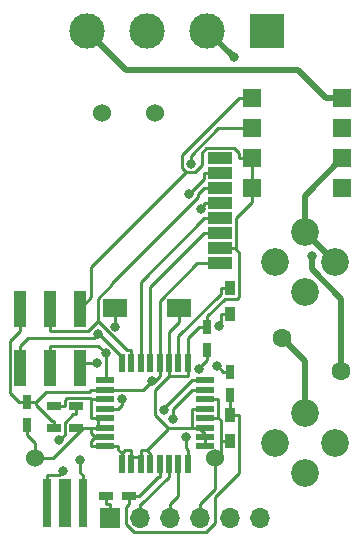
<source format=gbr>
G04 #@! TF.GenerationSoftware,KiCad,Pcbnew,(5.0.1)-4*
G04 #@! TF.CreationDate,2019-02-11T11:38:27+01:00*
G04 #@! TF.ProjectId,MyWallSwitch,4D7957616C6C5377697463682E6B6963,1*
G04 #@! TF.SameCoordinates,Original*
G04 #@! TF.FileFunction,Copper,L1,Top,Signal*
G04 #@! TF.FilePolarity,Positive*
%FSLAX46Y46*%
G04 Gerber Fmt 4.6, Leading zero omitted, Abs format (unit mm)*
G04 Created by KiCad (PCBNEW (5.0.1)-4) date 11.02.2019 11:38:27*
%MOMM*%
%LPD*%
G01*
G04 APERTURE LIST*
G04 #@! TA.AperFunction,SMDPad,CuDef*
%ADD10R,1.600000X1.600000*%
G04 #@! TD*
G04 #@! TA.AperFunction,ComponentPad*
%ADD11C,3.000000*%
G04 #@! TD*
G04 #@! TA.AperFunction,ComponentPad*
%ADD12R,3.000000X3.000000*%
G04 #@! TD*
G04 #@! TA.AperFunction,ComponentPad*
%ADD13C,2.350000*%
G04 #@! TD*
G04 #@! TA.AperFunction,SMDPad,CuDef*
%ADD14R,2.000000X1.000000*%
G04 #@! TD*
G04 #@! TA.AperFunction,SMDPad,CuDef*
%ADD15R,0.550000X1.600000*%
G04 #@! TD*
G04 #@! TA.AperFunction,SMDPad,CuDef*
%ADD16R,1.600000X0.550000*%
G04 #@! TD*
G04 #@! TA.AperFunction,SMDPad,CuDef*
%ADD17R,0.700000X4.100000*%
G04 #@! TD*
G04 #@! TA.AperFunction,SMDPad,CuDef*
%ADD18R,1.000000X4.100000*%
G04 #@! TD*
G04 #@! TA.AperFunction,ComponentPad*
%ADD19O,1.700000X1.700000*%
G04 #@! TD*
G04 #@! TA.AperFunction,ComponentPad*
%ADD20R,1.700000X1.700000*%
G04 #@! TD*
G04 #@! TA.AperFunction,SMDPad,CuDef*
%ADD21R,0.900000X1.200000*%
G04 #@! TD*
G04 #@! TA.AperFunction,ComponentPad*
%ADD22C,1.524000*%
G04 #@! TD*
G04 #@! TA.AperFunction,ComponentPad*
%ADD23C,1.600000*%
G04 #@! TD*
G04 #@! TA.AperFunction,SMDPad,CuDef*
%ADD24R,1.000000X3.150000*%
G04 #@! TD*
G04 #@! TA.AperFunction,SMDPad,CuDef*
%ADD25R,0.750000X1.200000*%
G04 #@! TD*
G04 #@! TA.AperFunction,SMDPad,CuDef*
%ADD26R,1.200000X0.750000*%
G04 #@! TD*
G04 #@! TA.AperFunction,SMDPad,CuDef*
%ADD27R,2.000000X1.600000*%
G04 #@! TD*
G04 #@! TA.AperFunction,ViaPad*
%ADD28C,0.800000*%
G04 #@! TD*
G04 #@! TA.AperFunction,Conductor*
%ADD29C,0.250000*%
G04 #@! TD*
G04 #@! TA.AperFunction,Conductor*
%ADD30C,0.500000*%
G04 #@! TD*
G04 APERTURE END LIST*
D10*
G04 #@! TO.P,U3,8*
G04 #@! TO.N,L_OUT*
X153035000Y-82550000D03*
G04 #@! TO.P,U3,4*
G04 #@! TO.N,GND*
X145415000Y-90170000D03*
G04 #@! TO.P,U3,7*
G04 #@! TO.N,N/C*
X153035000Y-85090000D03*
G04 #@! TO.P,U3,3*
G04 #@! TO.N,GND*
X145415000Y-87630000D03*
G04 #@! TO.P,U3,6*
G04 #@! TO.N,L_IN*
X153035000Y-87630000D03*
G04 #@! TO.P,U3,2*
G04 #@! TO.N,Net-(R1-Pad2)*
X145415000Y-85090000D03*
G04 #@! TO.P,U3,5*
G04 #@! TO.N,N/C*
X153035000Y-90170000D03*
G04 #@! TO.P,U3,1*
G04 #@! TO.N,GND*
X145415000Y-82550000D03*
G04 #@! TD*
D11*
G04 #@! TO.P,J1,4*
G04 #@! TO.N,L_OUT*
X131445000Y-76835000D03*
D12*
G04 #@! TO.P,J1,1*
G04 #@! TO.N,Net-(F1-Pad1)*
X146685000Y-76835000D03*
D11*
G04 #@! TO.P,J1,3*
G04 #@! TO.N,Net-(J1-Pad2)*
X136525000Y-76835000D03*
G04 #@! TO.P,J1,2*
X141605000Y-76835000D03*
G04 #@! TD*
D13*
G04 #@! TO.P,F1,2*
G04 #@! TO.N,L_IN*
X149860000Y-98980000D03*
X149860000Y-93900000D03*
G04 #@! TO.P,F1,1*
G04 #@! TO.N,Net-(F1-Pad1)*
X149860000Y-109220000D03*
X149860000Y-114300000D03*
G04 #@! TO.P,F1,2*
G04 #@! TO.N,L_IN*
X152400000Y-96440000D03*
X147320000Y-96440000D03*
G04 #@! TO.P,F1,1*
G04 #@! TO.N,Net-(F1-Pad1)*
X152400000Y-111760000D03*
X147320000Y-111760000D03*
G04 #@! TD*
D14*
G04 #@! TO.P,U4,2*
G04 #@! TO.N,VCC*
X142685000Y-96475000D03*
G04 #@! TO.P,U4,1*
G04 #@! TO.N,GND*
X142685000Y-95205000D03*
G04 #@! TO.P,U4,3*
G04 #@! TO.N,Net-(U2-Pad13)*
X142685000Y-93935000D03*
G04 #@! TO.P,U4,4*
G04 #@! TO.N,Net-(U2-Pad14)*
X142685000Y-92665000D03*
G04 #@! TO.P,U4,5*
G04 #@! TO.N,Net-(J3-Pad3)*
X142685000Y-91395000D03*
G04 #@! TO.P,U4,6*
G04 #@! TO.N,Net-(J3-Pad4)*
X142685000Y-90125000D03*
G04 #@! TO.P,U4,7*
G04 #@! TO.N,Net-(J3-Pad1)*
X142685000Y-88855000D03*
G04 #@! TO.P,U4,8*
G04 #@! TO.N,N/C*
X142685000Y-87585000D03*
G04 #@! TD*
D15*
G04 #@! TO.P,U2,32*
G04 #@! TO.N,Net-(C3-Pad2)*
X139960000Y-113470000D03*
G04 #@! TO.P,U2,31*
G04 #@! TO.N,Net-(J2-Pad3)*
X139160000Y-113470000D03*
G04 #@! TO.P,U2,30*
G04 #@! TO.N,Net-(J2-Pad2)*
X138360000Y-113470000D03*
G04 #@! TO.P,U2,29*
G04 #@! TO.N,Net-(C4-Pad2)*
X137560000Y-113470000D03*
G04 #@! TO.P,U2,28*
G04 #@! TO.N,GND*
X136760000Y-113470000D03*
G04 #@! TO.P,U2,27*
X135960000Y-113470000D03*
G04 #@! TO.P,U2,26*
X135160000Y-113470000D03*
G04 #@! TO.P,U2,25*
X134360000Y-113470000D03*
D16*
G04 #@! TO.P,U2,24*
X132910000Y-112020000D03*
G04 #@! TO.P,U2,23*
X132910000Y-111220000D03*
G04 #@! TO.P,U2,22*
X132910000Y-110420000D03*
G04 #@! TO.P,U2,21*
X132910000Y-109620000D03*
G04 #@! TO.P,U2,20*
G04 #@! TO.N,Net-(C1-Pad1)*
X132910000Y-108820000D03*
G04 #@! TO.P,U2,19*
G04 #@! TO.N,GND*
X132910000Y-108020000D03*
G04 #@! TO.P,U2,18*
G04 #@! TO.N,VCC*
X132910000Y-107220000D03*
G04 #@! TO.P,U2,17*
G04 #@! TO.N,Net-(J3-Pad3)*
X132910000Y-106420000D03*
D15*
G04 #@! TO.P,U2,16*
G04 #@! TO.N,Net-(J3-Pad1)*
X134360000Y-104970000D03*
G04 #@! TO.P,U2,15*
G04 #@! TO.N,Net-(J3-Pad4)*
X135160000Y-104970000D03*
G04 #@! TO.P,U2,14*
G04 #@! TO.N,Net-(U2-Pad14)*
X135960000Y-104970000D03*
G04 #@! TO.P,U2,13*
G04 #@! TO.N,Net-(U2-Pad13)*
X136760000Y-104970000D03*
G04 #@! TO.P,U2,12*
G04 #@! TO.N,VCC*
X137560000Y-104970000D03*
G04 #@! TO.P,U2,11*
G04 #@! TO.N,GND*
X138360000Y-104970000D03*
G04 #@! TO.P,U2,10*
G04 #@! TO.N,Net-(R1-Pad1)*
X139160000Y-104970000D03*
G04 #@! TO.P,U2,9*
G04 #@! TO.N,GND*
X139960000Y-104970000D03*
D16*
G04 #@! TO.P,U2,8*
G04 #@! TO.N,Net-(U2-Pad8)*
X141410000Y-106420000D03*
G04 #@! TO.P,U2,7*
G04 #@! TO.N,Net-(U2-Pad7)*
X141410000Y-107220000D03*
G04 #@! TO.P,U2,6*
G04 #@! TO.N,VCC*
X141410000Y-108020000D03*
G04 #@! TO.P,U2,5*
G04 #@! TO.N,GND*
X141410000Y-108820000D03*
G04 #@! TO.P,U2,4*
G04 #@! TO.N,VCC*
X141410000Y-109620000D03*
G04 #@! TO.P,U2,3*
G04 #@! TO.N,GND*
X141410000Y-110420000D03*
G04 #@! TO.P,U2,2*
X141410000Y-111220000D03*
G04 #@! TO.P,U2,1*
X141410000Y-112020000D03*
G04 #@! TD*
D17*
G04 #@! TO.P,Y1,1*
G04 #@! TO.N,Net-(U2-Pad8)*
X131040000Y-116840000D03*
D18*
G04 #@! TO.P,Y1,2*
G04 #@! TO.N,N/C*
X129540000Y-116840000D03*
D17*
G04 #@! TO.P,Y1,3*
G04 #@! TO.N,Net-(U2-Pad7)*
X128040000Y-116840000D03*
G04 #@! TD*
D19*
G04 #@! TO.P,J2,6*
G04 #@! TO.N,GND*
X146050000Y-118110000D03*
G04 #@! TO.P,J2,5*
X143510000Y-118110000D03*
G04 #@! TO.P,J2,4*
G04 #@! TO.N,VCC*
X140970000Y-118110000D03*
G04 #@! TO.P,J2,3*
G04 #@! TO.N,Net-(J2-Pad3)*
X138430000Y-118110000D03*
G04 #@! TO.P,J2,2*
G04 #@! TO.N,Net-(J2-Pad2)*
X135890000Y-118110000D03*
D20*
G04 #@! TO.P,J2,1*
G04 #@! TO.N,Net-(C4-Pad1)*
X133350000Y-118110000D03*
G04 #@! TD*
D21*
G04 #@! TO.P,R1,1*
G04 #@! TO.N,Net-(R1-Pad1)*
X143510000Y-98595000D03*
G04 #@! TO.P,R1,2*
G04 #@! TO.N,Net-(R1-Pad2)*
X143510000Y-100795000D03*
G04 #@! TD*
G04 #@! TO.P,R2,2*
G04 #@! TO.N,Net-(C4-Pad2)*
X143510000Y-109390000D03*
G04 #@! TO.P,R2,1*
G04 #@! TO.N,VCC*
X143510000Y-111590000D03*
G04 #@! TD*
D22*
G04 #@! TO.P,U1,1*
G04 #@! TO.N,Net-(F1-Pad1)*
X132715000Y-83820000D03*
G04 #@! TO.P,U1,2*
G04 #@! TO.N,Net-(J1-Pad2)*
X137160000Y-83820000D03*
G04 #@! TO.P,U1,3*
G04 #@! TO.N,GND*
X127000000Y-113030000D03*
G04 #@! TO.P,U1,4*
G04 #@! TO.N,VCC*
X142240000Y-113030000D03*
G04 #@! TD*
D23*
G04 #@! TO.P,RV1,2*
G04 #@! TO.N,Net-(J1-Pad2)*
X152955000Y-105670000D03*
G04 #@! TO.P,RV1,1*
G04 #@! TO.N,Net-(F1-Pad1)*
X147955000Y-102870000D03*
G04 #@! TD*
D24*
G04 #@! TO.P,J3,1*
G04 #@! TO.N,Net-(J3-Pad1)*
X125730000Y-105395000D03*
G04 #@! TO.P,J3,2*
G04 #@! TO.N,VCC*
X125730000Y-100345000D03*
G04 #@! TO.P,J3,3*
G04 #@! TO.N,Net-(J3-Pad3)*
X128270000Y-105395000D03*
G04 #@! TO.P,J3,4*
G04 #@! TO.N,Net-(J3-Pad4)*
X128270000Y-100345000D03*
G04 #@! TO.P,J3,5*
G04 #@! TO.N,Net-(C5-Pad1)*
X130810000Y-105395000D03*
G04 #@! TO.P,J3,6*
G04 #@! TO.N,GND*
X130810000Y-100345000D03*
G04 #@! TD*
D25*
G04 #@! TO.P,C1,1*
G04 #@! TO.N,Net-(C1-Pad1)*
X141605000Y-103820000D03*
G04 #@! TO.P,C1,2*
G04 #@! TO.N,GND*
X141605000Y-101920000D03*
G04 #@! TD*
D26*
G04 #@! TO.P,C3,2*
G04 #@! TO.N,Net-(C3-Pad2)*
X130490000Y-108585000D03*
G04 #@! TO.P,C3,1*
G04 #@! TO.N,GND*
X128590000Y-108585000D03*
G04 #@! TD*
D25*
G04 #@! TO.P,C6,2*
G04 #@! TO.N,GND*
X126365000Y-110170000D03*
G04 #@! TO.P,C6,1*
G04 #@! TO.N,VCC*
X126365000Y-108270000D03*
G04 #@! TD*
D26*
G04 #@! TO.P,C4,1*
G04 #@! TO.N,Net-(C4-Pad1)*
X133035000Y-116205000D03*
G04 #@! TO.P,C4,2*
G04 #@! TO.N,Net-(C4-Pad2)*
X134935000Y-116205000D03*
G04 #@! TD*
G04 #@! TO.P,C2,2*
G04 #@! TO.N,GND*
X130490000Y-110490000D03*
G04 #@! TO.P,C2,1*
G04 #@! TO.N,VCC*
X128590000Y-110490000D03*
G04 #@! TD*
D25*
G04 #@! TO.P,C5,1*
G04 #@! TO.N,Net-(C5-Pad1)*
X143510000Y-105730000D03*
G04 #@! TO.P,C5,2*
G04 #@! TO.N,Net-(C4-Pad2)*
X143510000Y-107630000D03*
G04 #@! TD*
D27*
G04 #@! TO.P,SW1,2*
G04 #@! TO.N,GND*
X139225000Y-100330000D03*
G04 #@! TO.P,SW1,1*
G04 #@! TO.N,Net-(C3-Pad2)*
X133825000Y-100330000D03*
G04 #@! TD*
D28*
G04 #@! TO.N,Net-(C1-Pad1)*
X134346800Y-108045300D03*
X140935800Y-105490500D03*
G04 #@! TO.N,VCC*
X136920100Y-106497700D03*
G04 #@! TO.N,Net-(C3-Pad2)*
X129060500Y-111475300D03*
X139780600Y-111181700D03*
X133823400Y-101870400D03*
G04 #@! TO.N,Net-(C5-Pad1)*
X132272300Y-104945300D03*
X142413100Y-105189100D03*
G04 #@! TO.N,Net-(J1-Pad2)*
X143822500Y-79052500D03*
X150427700Y-95872200D03*
G04 #@! TO.N,Net-(J3-Pad3)*
X141059800Y-91936300D03*
X133001800Y-104114100D03*
G04 #@! TO.N,Net-(J3-Pad1)*
X140090800Y-90657800D03*
X132345600Y-102504400D03*
G04 #@! TO.N,Net-(R1-Pad2)*
X140229800Y-88074700D03*
X142583400Y-101802800D03*
G04 #@! TO.N,Net-(U2-Pad8)*
X137934100Y-108958700D03*
X130856400Y-113153700D03*
G04 #@! TO.N,Net-(U2-Pad7)*
X138674600Y-109702600D03*
X129407700Y-114096400D03*
G04 #@! TD*
D29*
G04 #@! TO.N,Net-(C1-Pad1)*
X134035300Y-108820000D02*
X134346800Y-108508500D01*
X134346800Y-108508500D02*
X134346800Y-108045300D01*
X141605000Y-103820000D02*
X141605000Y-104745300D01*
X132910000Y-108820000D02*
X134035300Y-108820000D01*
X141605000Y-104745300D02*
X140935800Y-105414500D01*
X140935800Y-105414500D02*
X140935800Y-105490500D01*
G04 #@! TO.N,GND*
X139225000Y-100330000D02*
X139225000Y-101455300D01*
X139225000Y-101455300D02*
X138360000Y-102320300D01*
X138360000Y-102320300D02*
X138360000Y-104970000D01*
X131084200Y-110490000D02*
X128544200Y-113030000D01*
X128544200Y-113030000D02*
X127000000Y-113030000D01*
X131084200Y-110490000D02*
X131415300Y-110490000D01*
X130490000Y-110490000D02*
X131084200Y-110490000D01*
X131784700Y-110490000D02*
X131784700Y-110901500D01*
X131784700Y-110901500D02*
X132103200Y-111220000D01*
X131784700Y-110420000D02*
X131784700Y-110490000D01*
X131784700Y-110490000D02*
X131415300Y-110490000D01*
X138304600Y-110428000D02*
X140276700Y-110428000D01*
X140276700Y-110428000D02*
X140284700Y-110420000D01*
X138360000Y-106095300D02*
X137208700Y-107246600D01*
X137208700Y-107246600D02*
X137208700Y-109332100D01*
X137208700Y-109332100D02*
X138304600Y-110428000D01*
X138304600Y-110428000D02*
X138304600Y-110518900D01*
X138304600Y-110518900D02*
X136478800Y-112344700D01*
X141410000Y-112020000D02*
X141410000Y-111220000D01*
X140872600Y-110420000D02*
X141410000Y-110957400D01*
X141410000Y-110957400D02*
X141410000Y-111220000D01*
X140872600Y-110420000D02*
X140284700Y-110420000D01*
X141410000Y-110420000D02*
X140872600Y-110420000D01*
X140284700Y-110420000D02*
X140284700Y-108820000D01*
X141410000Y-108820000D02*
X140284700Y-108820000D01*
X145415000Y-82550000D02*
X144289700Y-82550000D01*
X139835600Y-88800000D02*
X140530300Y-88800000D01*
X140530300Y-88800000D02*
X141143900Y-88186400D01*
X141143900Y-88186400D02*
X141143900Y-87144200D01*
X141143900Y-87144200D02*
X141528500Y-86759600D01*
X141528500Y-86759600D02*
X143854600Y-86759600D01*
X143854600Y-86759600D02*
X144289700Y-87194700D01*
X144289700Y-87194700D02*
X144289700Y-87630000D01*
X144289700Y-82550000D02*
X139494000Y-87345700D01*
X139494000Y-87345700D02*
X139494000Y-88458400D01*
X139494000Y-88458400D02*
X139835600Y-88800000D01*
X130810000Y-100345000D02*
X131770400Y-99384600D01*
X131770400Y-99384600D02*
X131770400Y-96865200D01*
X131770400Y-96865200D02*
X139835600Y-88800000D01*
X145415000Y-87630000D02*
X144289700Y-87630000D01*
X145415000Y-90170000D02*
X145415000Y-87630000D01*
X132103200Y-111220000D02*
X131784700Y-111538500D01*
X131784700Y-111538500D02*
X131784700Y-112020000D01*
X132761500Y-111220000D02*
X132103200Y-111220000D01*
X132910000Y-112020000D02*
X131784700Y-112020000D01*
X132910000Y-111220000D02*
X132761500Y-111220000D01*
X132910000Y-112020000D02*
X134035300Y-112020000D01*
X134360000Y-112617500D02*
X134035300Y-112292800D01*
X134035300Y-112292800D02*
X134035300Y-112020000D01*
X134360000Y-112617500D02*
X134632800Y-112344700D01*
X134632800Y-112344700D02*
X135160000Y-112344700D01*
X134360000Y-113470000D02*
X134360000Y-112617500D01*
X139960000Y-106095300D02*
X138360000Y-106095300D01*
X136478800Y-112344700D02*
X135960000Y-112344700D01*
X136760000Y-112907300D02*
X136760000Y-112625900D01*
X136760000Y-112625900D02*
X136478800Y-112344700D01*
X138360000Y-104970000D02*
X138360000Y-106095300D01*
X139960000Y-104970000D02*
X139960000Y-106095300D01*
X140904700Y-101920000D02*
X139960000Y-102864700D01*
X139960000Y-102864700D02*
X139960000Y-104970000D01*
X135160000Y-112907300D02*
X135160000Y-112344700D01*
X135160000Y-113470000D02*
X135160000Y-112907300D01*
X135960000Y-112907300D02*
X135960000Y-112344700D01*
X135960000Y-113470000D02*
X135960000Y-112907300D01*
X135160000Y-112907300D02*
X135960000Y-112907300D01*
X136760000Y-113470000D02*
X136760000Y-112907300D01*
X132347400Y-110420000D02*
X131784700Y-110420000D01*
X132910000Y-110420000D02*
X132347400Y-110420000D01*
X132347400Y-109620000D02*
X132347400Y-110420000D01*
X132347400Y-109620000D02*
X131784700Y-109620000D01*
X132910000Y-109620000D02*
X132347400Y-109620000D01*
X126365000Y-110170000D02*
X126365000Y-111095300D01*
X127000000Y-113030000D02*
X127000000Y-111730300D01*
X127000000Y-111730300D02*
X126365000Y-111095300D01*
X128590000Y-108585000D02*
X129515300Y-108585000D01*
X131784700Y-108020000D02*
X131649400Y-107884700D01*
X131649400Y-107884700D02*
X129755200Y-107884700D01*
X129755200Y-107884700D02*
X129515300Y-108124600D01*
X129515300Y-108124600D02*
X129515300Y-108585000D01*
X131784700Y-109620000D02*
X131784700Y-108020000D01*
X141605000Y-101920000D02*
X141605000Y-100994700D01*
X143897700Y-95205000D02*
X144285400Y-95592700D01*
X144285400Y-95592700D02*
X144285400Y-99354700D01*
X144285400Y-99354700D02*
X144119700Y-99520400D01*
X144119700Y-99520400D02*
X143079300Y-99520400D01*
X143079300Y-99520400D02*
X141605000Y-100994700D01*
X143897700Y-95205000D02*
X144010300Y-95205000D01*
X142685000Y-95205000D02*
X143897700Y-95205000D01*
X145415000Y-90170000D02*
X145415000Y-91295300D01*
X145415000Y-91295300D02*
X144010300Y-92700000D01*
X144010300Y-92700000D02*
X144010300Y-95205000D01*
X132910000Y-108020000D02*
X131784700Y-108020000D01*
X141605000Y-101920000D02*
X140904700Y-101920000D01*
G04 #@! TO.N,VCC*
X142240000Y-113030000D02*
X142240000Y-115664700D01*
X142240000Y-115664700D02*
X140970000Y-116934700D01*
X132910000Y-107220000D02*
X136197800Y-107220000D01*
X136197800Y-107220000D02*
X136920100Y-106497700D01*
X136920100Y-106497700D02*
X137157600Y-106497700D01*
X137157600Y-106497700D02*
X137560000Y-106095300D01*
X137560000Y-104970000D02*
X137560000Y-106095300D01*
X132347400Y-107220000D02*
X132910000Y-107220000D01*
X132347400Y-107220000D02*
X131784700Y-107220000D01*
X141410000Y-108020000D02*
X142535300Y-108020000D01*
X142535200Y-109620000D02*
X142535300Y-109619900D01*
X142535300Y-109619900D02*
X142535300Y-108020000D01*
X142535200Y-109620000D02*
X142734700Y-109819500D01*
X142734700Y-109819500D02*
X142734700Y-111590000D01*
X142422700Y-109620000D02*
X142535200Y-109620000D01*
X137560000Y-104970000D02*
X137560000Y-103844700D01*
X137560000Y-103844700D02*
X137560000Y-99667500D01*
X137560000Y-99667500D02*
X140752500Y-96475000D01*
X140752500Y-96475000D02*
X142685000Y-96475000D01*
X127065300Y-108270000D02*
X127915700Y-107419600D01*
X127915700Y-107419600D02*
X131585100Y-107419600D01*
X131585100Y-107419600D02*
X131784700Y-107220000D01*
X128590000Y-109852200D02*
X128419800Y-109852200D01*
X128419800Y-109852200D02*
X127065300Y-108497700D01*
X127065300Y-108497700D02*
X127065300Y-108270000D01*
X126365000Y-108270000D02*
X127065300Y-108270000D01*
X125730000Y-100345000D02*
X125730000Y-102245300D01*
X126365000Y-108270000D02*
X125664700Y-108270000D01*
X125664700Y-108270000D02*
X124904700Y-107510000D01*
X124904700Y-107510000D02*
X124904700Y-103070600D01*
X124904700Y-103070600D02*
X125730000Y-102245300D01*
X141410000Y-109620000D02*
X142422700Y-109620000D01*
X140970000Y-118110000D02*
X140970000Y-116934700D01*
X142847300Y-111590000D02*
X142734700Y-111590000D01*
X143510000Y-111590000D02*
X142847300Y-111590000D01*
X142734700Y-111590000D02*
X142734700Y-112535300D01*
X142734700Y-112535300D02*
X142240000Y-113030000D01*
X128590000Y-110490000D02*
X128590000Y-109852200D01*
G04 #@! TO.N,Net-(C3-Pad2)*
X130490000Y-109285300D02*
X130227400Y-109285300D01*
X130227400Y-109285300D02*
X129515400Y-109997300D01*
X129515400Y-109997300D02*
X129515400Y-111020400D01*
X129515400Y-111020400D02*
X129060500Y-111475300D01*
X130490000Y-108585000D02*
X130490000Y-109285300D01*
X139960000Y-112344700D02*
X139780600Y-112165300D01*
X139780600Y-112165300D02*
X139780600Y-111181700D01*
X133825000Y-101455300D02*
X133823400Y-101456900D01*
X133823400Y-101456900D02*
X133823400Y-101870400D01*
X139960000Y-113470000D02*
X139960000Y-112344700D01*
X133825000Y-100330000D02*
X133825000Y-101455300D01*
G04 #@! TO.N,Net-(C4-Pad1)*
X133035000Y-116205000D02*
X133035000Y-116905300D01*
X133350000Y-118110000D02*
X133350000Y-116934700D01*
X133035000Y-116905300D02*
X133320600Y-116905300D01*
X133320600Y-116905300D02*
X133350000Y-116934700D01*
G04 #@! TO.N,Net-(C4-Pad2)*
X143510000Y-109390000D02*
X144285300Y-109390000D01*
X144285300Y-109390000D02*
X144285300Y-114256300D01*
X144285300Y-114256300D02*
X142240000Y-116301600D01*
X142240000Y-116301600D02*
X142240000Y-118541200D01*
X142240000Y-118541200D02*
X141472100Y-119309100D01*
X141472100Y-119309100D02*
X135416600Y-119309100D01*
X135416600Y-119309100D02*
X134713000Y-118605500D01*
X134713000Y-118605500D02*
X134713000Y-117127300D01*
X134713000Y-117127300D02*
X134935000Y-116905300D01*
X143510000Y-107630000D02*
X143510000Y-109390000D01*
X134935000Y-116205000D02*
X134935000Y-116905300D01*
X135860300Y-116205000D02*
X137470000Y-114595300D01*
X137470000Y-114595300D02*
X137560000Y-114595300D01*
X134935000Y-116205000D02*
X135860300Y-116205000D01*
X137560000Y-113470000D02*
X137560000Y-114595300D01*
G04 #@! TO.N,Net-(C5-Pad1)*
X143510000Y-105730000D02*
X142809700Y-105730000D01*
X132272300Y-104945300D02*
X131259700Y-104945300D01*
X131259700Y-104945300D02*
X130810000Y-105395000D01*
X142809700Y-105730000D02*
X142809700Y-105585700D01*
X142809700Y-105585700D02*
X142413100Y-105189100D01*
D30*
G04 #@! TO.N,Net-(F1-Pad1)*
X147955000Y-102870000D02*
X149860000Y-104775000D01*
X149860000Y-104775000D02*
X149860000Y-109220000D01*
G04 #@! TO.N,L_IN*
X149860000Y-93900000D02*
X152400000Y-96440000D01*
X153035000Y-87630000D02*
X149860000Y-90805000D01*
X149860000Y-90805000D02*
X149860000Y-93900000D01*
G04 #@! TO.N,L_OUT*
X131445000Y-76835000D02*
X134749600Y-80139600D01*
X134749600Y-80139600D02*
X149274300Y-80139600D01*
X149274300Y-80139600D02*
X151684700Y-82550000D01*
X153035000Y-82550000D02*
X151684700Y-82550000D01*
G04 #@! TO.N,Net-(J1-Pad2)*
X143822500Y-79052500D02*
X141605000Y-76835000D01*
X152955000Y-105670000D02*
X152955000Y-99566900D01*
X152955000Y-99566900D02*
X150427700Y-97039600D01*
X150427700Y-97039600D02*
X150427700Y-95872200D01*
D29*
G04 #@! TO.N,Net-(J2-Pad3)*
X138430000Y-118110000D02*
X138430000Y-116934700D01*
X138430000Y-116934700D02*
X139160000Y-116204700D01*
X139160000Y-116204700D02*
X139160000Y-113470000D01*
G04 #@! TO.N,Net-(J2-Pad2)*
X135890000Y-116934700D02*
X136020600Y-116934700D01*
X136020600Y-116934700D02*
X138360000Y-114595300D01*
X138360000Y-113470000D02*
X138360000Y-114595300D01*
X135890000Y-118110000D02*
X135890000Y-116934700D01*
G04 #@! TO.N,Net-(J3-Pad4)*
X132321800Y-101397400D02*
X132356100Y-101363100D01*
X132356100Y-101363100D02*
X132356100Y-99508800D01*
X132356100Y-99508800D02*
X133555400Y-98309500D01*
X133555400Y-98309500D02*
X133555400Y-98220600D01*
X133555400Y-98220600D02*
X140843900Y-90932100D01*
X140843900Y-90932100D02*
X140843900Y-90640800D01*
X140843900Y-90640800D02*
X141359700Y-90125000D01*
X132321800Y-101397400D02*
X131473900Y-102245300D01*
X131473900Y-102245300D02*
X128270000Y-102245300D01*
X135160000Y-103844700D02*
X134769000Y-103844700D01*
X134769000Y-103844700D02*
X132321800Y-101397400D01*
X135160000Y-104970000D02*
X135160000Y-103844700D01*
X142685000Y-90125000D02*
X141359700Y-90125000D01*
X128270000Y-100345000D02*
X128270000Y-102245300D01*
G04 #@! TO.N,Net-(J3-Pad3)*
X132910000Y-106420000D02*
X133001800Y-106328200D01*
X133001800Y-106328200D02*
X133001800Y-104114100D01*
X128270000Y-103494700D02*
X132382400Y-103494700D01*
X132382400Y-103494700D02*
X133001800Y-104114100D01*
X141359700Y-91395000D02*
X141359700Y-91636400D01*
X141359700Y-91636400D02*
X141059800Y-91936300D01*
X142685000Y-91395000D02*
X141359700Y-91395000D01*
X128270000Y-105395000D02*
X128270000Y-103494700D01*
G04 #@! TO.N,Net-(J3-Pad1)*
X125730000Y-103494700D02*
X126382100Y-102842600D01*
X126382100Y-102842600D02*
X132007400Y-102842600D01*
X132007400Y-102842600D02*
X132345600Y-102504400D01*
X134360000Y-104970000D02*
X134360000Y-104446500D01*
X134360000Y-104446500D02*
X132417900Y-102504400D01*
X132417900Y-102504400D02*
X132345600Y-102504400D01*
X125730000Y-105395000D02*
X125730000Y-103494700D01*
X140090800Y-90657800D02*
X141359700Y-89388900D01*
X141359700Y-89388900D02*
X141359700Y-88855000D01*
X142685000Y-88855000D02*
X141359700Y-88855000D01*
G04 #@! TO.N,Net-(R1-Pad1)*
X143510000Y-98595000D02*
X142734700Y-98595000D01*
X142734700Y-98595000D02*
X142734700Y-99104300D01*
X142734700Y-99104300D02*
X139160000Y-102679000D01*
X139160000Y-102679000D02*
X139160000Y-104970000D01*
G04 #@! TO.N,Net-(R1-Pad2)*
X143510000Y-100795000D02*
X142734700Y-100795000D01*
X142734700Y-100795000D02*
X142734700Y-101651500D01*
X142734700Y-101651500D02*
X142583400Y-101802800D01*
X140229800Y-88074700D02*
X140229800Y-87402300D01*
X140229800Y-87402300D02*
X142542100Y-85090000D01*
X142542100Y-85090000D02*
X145415000Y-85090000D01*
G04 #@! TO.N,Net-(U2-Pad14)*
X142685000Y-92665000D02*
X141359700Y-92665000D01*
X135960000Y-104970000D02*
X135960000Y-98064700D01*
X135960000Y-98064700D02*
X141359700Y-92665000D01*
G04 #@! TO.N,Net-(U2-Pad13)*
X136760000Y-104970000D02*
X136760000Y-98534700D01*
X136760000Y-98534700D02*
X141359700Y-93935000D01*
X142685000Y-93935000D02*
X141359700Y-93935000D01*
G04 #@! TO.N,Net-(U2-Pad8)*
X140284700Y-106420000D02*
X137934100Y-108770600D01*
X137934100Y-108770600D02*
X137934100Y-108958700D01*
X131040000Y-116840000D02*
X131040000Y-114464700D01*
X141410000Y-106420000D02*
X140284700Y-106420000D01*
X131040000Y-114464700D02*
X130856400Y-114281100D01*
X130856400Y-114281100D02*
X130856400Y-113153700D01*
G04 #@! TO.N,Net-(U2-Pad7)*
X140284700Y-107220000D02*
X138674600Y-108830100D01*
X138674600Y-108830100D02*
X138674600Y-109702600D01*
X128040000Y-116840000D02*
X128040000Y-114464700D01*
X141410000Y-107220000D02*
X140284700Y-107220000D01*
X128040000Y-114464700D02*
X129039400Y-114464700D01*
X129039400Y-114464700D02*
X129407700Y-114096400D01*
G04 #@! TD*
M02*

</source>
